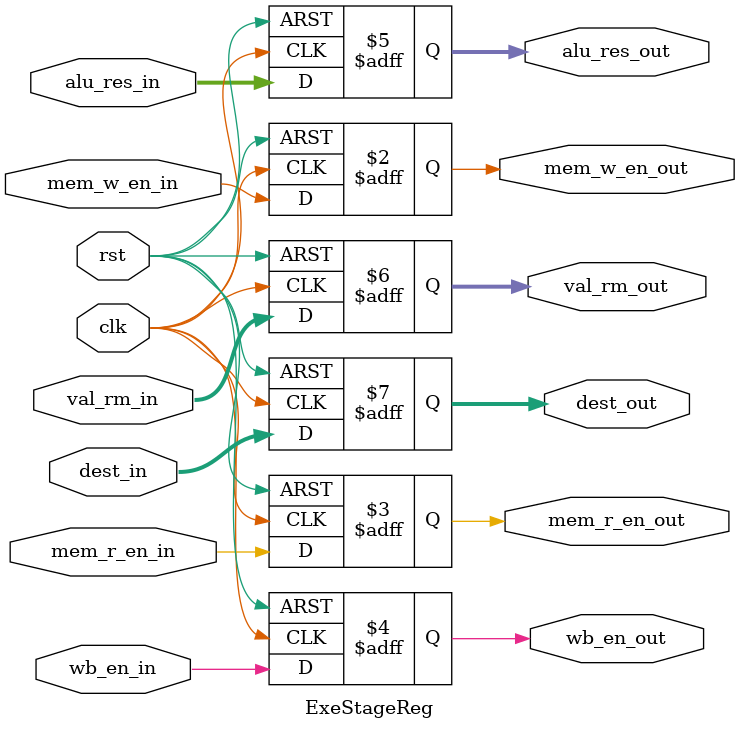
<source format=v>
module ExeStageReg (
    input clk, rst,
    input mem_w_en_in, mem_r_en_in, wb_en_in,
    input [31:0] alu_res_in,
    input [31:0] val_rm_in,
    input [3:0] dest_in,

    output reg mem_w_en_out, mem_r_en_out, wb_en_out,
    output reg [31:0] alu_res_out,
    output reg [31:0] val_rm_out,
    output reg [3:0] dest_out

);
    always @(posedge clk, posedge rst) begin
        if (rst) begin
            mem_r_en_out <= 0;
            wb_en_out <= 0;
            alu_res_out <= 0;
            val_rm_out <= 0;
            dest_out <= 0;
            mem_w_en_out <= 0;
        end else begin
            mem_r_en_out <= mem_r_en_in;
            wb_en_out <= wb_en_in;
            alu_res_out <= alu_res_in;
            val_rm_out <= val_rm_in;
            dest_out <= dest_in;
            mem_w_en_out <= mem_w_en_in;
        end
    end
endmodule

</source>
